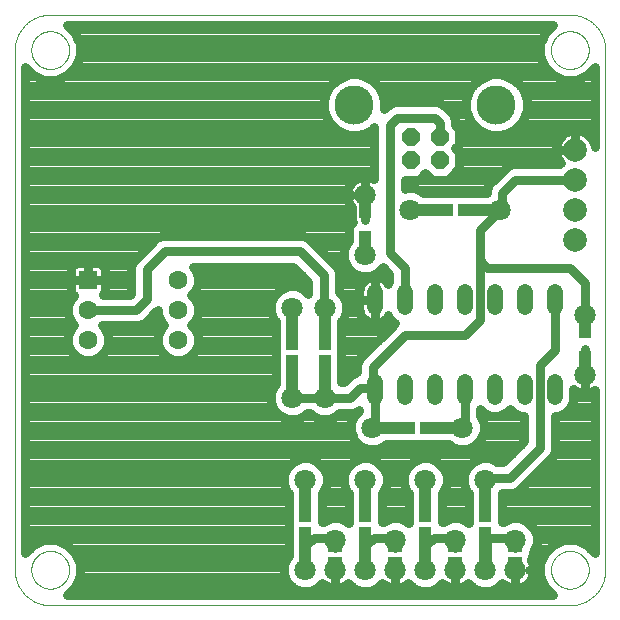
<source format=gtl>
G75*
%MOIN*%
%OFA0B0*%
%FSLAX25Y25*%
%IPPOS*%
%LPD*%
%AMOC8*
5,1,8,0,0,1.08239X$1,22.5*
%
%ADD10C,0.00000*%
%ADD11R,0.03937X0.10236*%
%ADD12C,0.07087*%
%ADD13C,0.05200*%
%ADD14R,0.12598X0.03937*%
%ADD15OC8,0.05740*%
%ADD16C,0.13055*%
%ADD17R,0.03937X0.12598*%
%ADD18R,0.04724X0.03150*%
%ADD19C,0.07874*%
%ADD20R,0.06299X0.06299*%
%ADD21C,0.06299*%
%ADD22C,0.03150*%
%ADD23C,0.01600*%
D10*
X0005724Y0017535D02*
X0005724Y0190764D01*
X0011236Y0190764D02*
X0011238Y0190922D01*
X0011244Y0191080D01*
X0011254Y0191238D01*
X0011268Y0191396D01*
X0011286Y0191553D01*
X0011307Y0191710D01*
X0011333Y0191866D01*
X0011363Y0192022D01*
X0011396Y0192177D01*
X0011434Y0192330D01*
X0011475Y0192483D01*
X0011520Y0192635D01*
X0011569Y0192786D01*
X0011622Y0192935D01*
X0011678Y0193083D01*
X0011738Y0193229D01*
X0011802Y0193374D01*
X0011870Y0193517D01*
X0011941Y0193659D01*
X0012015Y0193799D01*
X0012093Y0193936D01*
X0012175Y0194072D01*
X0012259Y0194206D01*
X0012348Y0194337D01*
X0012439Y0194466D01*
X0012534Y0194593D01*
X0012631Y0194718D01*
X0012732Y0194840D01*
X0012836Y0194959D01*
X0012943Y0195076D01*
X0013053Y0195190D01*
X0013166Y0195301D01*
X0013281Y0195410D01*
X0013399Y0195515D01*
X0013520Y0195617D01*
X0013643Y0195717D01*
X0013769Y0195813D01*
X0013897Y0195906D01*
X0014027Y0195996D01*
X0014160Y0196082D01*
X0014295Y0196166D01*
X0014431Y0196245D01*
X0014570Y0196322D01*
X0014711Y0196394D01*
X0014853Y0196464D01*
X0014997Y0196529D01*
X0015143Y0196591D01*
X0015290Y0196649D01*
X0015439Y0196704D01*
X0015589Y0196755D01*
X0015740Y0196802D01*
X0015892Y0196845D01*
X0016045Y0196884D01*
X0016200Y0196920D01*
X0016355Y0196951D01*
X0016511Y0196979D01*
X0016667Y0197003D01*
X0016824Y0197023D01*
X0016982Y0197039D01*
X0017139Y0197051D01*
X0017298Y0197059D01*
X0017456Y0197063D01*
X0017614Y0197063D01*
X0017772Y0197059D01*
X0017931Y0197051D01*
X0018088Y0197039D01*
X0018246Y0197023D01*
X0018403Y0197003D01*
X0018559Y0196979D01*
X0018715Y0196951D01*
X0018870Y0196920D01*
X0019025Y0196884D01*
X0019178Y0196845D01*
X0019330Y0196802D01*
X0019481Y0196755D01*
X0019631Y0196704D01*
X0019780Y0196649D01*
X0019927Y0196591D01*
X0020073Y0196529D01*
X0020217Y0196464D01*
X0020359Y0196394D01*
X0020500Y0196322D01*
X0020639Y0196245D01*
X0020775Y0196166D01*
X0020910Y0196082D01*
X0021043Y0195996D01*
X0021173Y0195906D01*
X0021301Y0195813D01*
X0021427Y0195717D01*
X0021550Y0195617D01*
X0021671Y0195515D01*
X0021789Y0195410D01*
X0021904Y0195301D01*
X0022017Y0195190D01*
X0022127Y0195076D01*
X0022234Y0194959D01*
X0022338Y0194840D01*
X0022439Y0194718D01*
X0022536Y0194593D01*
X0022631Y0194466D01*
X0022722Y0194337D01*
X0022811Y0194206D01*
X0022895Y0194072D01*
X0022977Y0193936D01*
X0023055Y0193799D01*
X0023129Y0193659D01*
X0023200Y0193517D01*
X0023268Y0193374D01*
X0023332Y0193229D01*
X0023392Y0193083D01*
X0023448Y0192935D01*
X0023501Y0192786D01*
X0023550Y0192635D01*
X0023595Y0192483D01*
X0023636Y0192330D01*
X0023674Y0192177D01*
X0023707Y0192022D01*
X0023737Y0191866D01*
X0023763Y0191710D01*
X0023784Y0191553D01*
X0023802Y0191396D01*
X0023816Y0191238D01*
X0023826Y0191080D01*
X0023832Y0190922D01*
X0023834Y0190764D01*
X0023832Y0190606D01*
X0023826Y0190448D01*
X0023816Y0190290D01*
X0023802Y0190132D01*
X0023784Y0189975D01*
X0023763Y0189818D01*
X0023737Y0189662D01*
X0023707Y0189506D01*
X0023674Y0189351D01*
X0023636Y0189198D01*
X0023595Y0189045D01*
X0023550Y0188893D01*
X0023501Y0188742D01*
X0023448Y0188593D01*
X0023392Y0188445D01*
X0023332Y0188299D01*
X0023268Y0188154D01*
X0023200Y0188011D01*
X0023129Y0187869D01*
X0023055Y0187729D01*
X0022977Y0187592D01*
X0022895Y0187456D01*
X0022811Y0187322D01*
X0022722Y0187191D01*
X0022631Y0187062D01*
X0022536Y0186935D01*
X0022439Y0186810D01*
X0022338Y0186688D01*
X0022234Y0186569D01*
X0022127Y0186452D01*
X0022017Y0186338D01*
X0021904Y0186227D01*
X0021789Y0186118D01*
X0021671Y0186013D01*
X0021550Y0185911D01*
X0021427Y0185811D01*
X0021301Y0185715D01*
X0021173Y0185622D01*
X0021043Y0185532D01*
X0020910Y0185446D01*
X0020775Y0185362D01*
X0020639Y0185283D01*
X0020500Y0185206D01*
X0020359Y0185134D01*
X0020217Y0185064D01*
X0020073Y0184999D01*
X0019927Y0184937D01*
X0019780Y0184879D01*
X0019631Y0184824D01*
X0019481Y0184773D01*
X0019330Y0184726D01*
X0019178Y0184683D01*
X0019025Y0184644D01*
X0018870Y0184608D01*
X0018715Y0184577D01*
X0018559Y0184549D01*
X0018403Y0184525D01*
X0018246Y0184505D01*
X0018088Y0184489D01*
X0017931Y0184477D01*
X0017772Y0184469D01*
X0017614Y0184465D01*
X0017456Y0184465D01*
X0017298Y0184469D01*
X0017139Y0184477D01*
X0016982Y0184489D01*
X0016824Y0184505D01*
X0016667Y0184525D01*
X0016511Y0184549D01*
X0016355Y0184577D01*
X0016200Y0184608D01*
X0016045Y0184644D01*
X0015892Y0184683D01*
X0015740Y0184726D01*
X0015589Y0184773D01*
X0015439Y0184824D01*
X0015290Y0184879D01*
X0015143Y0184937D01*
X0014997Y0184999D01*
X0014853Y0185064D01*
X0014711Y0185134D01*
X0014570Y0185206D01*
X0014431Y0185283D01*
X0014295Y0185362D01*
X0014160Y0185446D01*
X0014027Y0185532D01*
X0013897Y0185622D01*
X0013769Y0185715D01*
X0013643Y0185811D01*
X0013520Y0185911D01*
X0013399Y0186013D01*
X0013281Y0186118D01*
X0013166Y0186227D01*
X0013053Y0186338D01*
X0012943Y0186452D01*
X0012836Y0186569D01*
X0012732Y0186688D01*
X0012631Y0186810D01*
X0012534Y0186935D01*
X0012439Y0187062D01*
X0012348Y0187191D01*
X0012259Y0187322D01*
X0012175Y0187456D01*
X0012093Y0187592D01*
X0012015Y0187729D01*
X0011941Y0187869D01*
X0011870Y0188011D01*
X0011802Y0188154D01*
X0011738Y0188299D01*
X0011678Y0188445D01*
X0011622Y0188593D01*
X0011569Y0188742D01*
X0011520Y0188893D01*
X0011475Y0189045D01*
X0011434Y0189198D01*
X0011396Y0189351D01*
X0011363Y0189506D01*
X0011333Y0189662D01*
X0011307Y0189818D01*
X0011286Y0189975D01*
X0011268Y0190132D01*
X0011254Y0190290D01*
X0011244Y0190448D01*
X0011238Y0190606D01*
X0011236Y0190764D01*
X0005724Y0190764D02*
X0005727Y0191049D01*
X0005738Y0191335D01*
X0005755Y0191620D01*
X0005779Y0191904D01*
X0005810Y0192188D01*
X0005848Y0192471D01*
X0005893Y0192752D01*
X0005944Y0193033D01*
X0006002Y0193313D01*
X0006067Y0193591D01*
X0006139Y0193867D01*
X0006217Y0194141D01*
X0006302Y0194414D01*
X0006394Y0194684D01*
X0006492Y0194952D01*
X0006596Y0195218D01*
X0006707Y0195481D01*
X0006824Y0195741D01*
X0006947Y0195999D01*
X0007077Y0196253D01*
X0007213Y0196504D01*
X0007354Y0196752D01*
X0007502Y0196996D01*
X0007655Y0197237D01*
X0007815Y0197473D01*
X0007980Y0197706D01*
X0008150Y0197935D01*
X0008326Y0198160D01*
X0008508Y0198380D01*
X0008694Y0198596D01*
X0008886Y0198807D01*
X0009083Y0199014D01*
X0009285Y0199216D01*
X0009492Y0199413D01*
X0009703Y0199605D01*
X0009919Y0199791D01*
X0010139Y0199973D01*
X0010364Y0200149D01*
X0010593Y0200319D01*
X0010826Y0200484D01*
X0011062Y0200644D01*
X0011303Y0200797D01*
X0011547Y0200945D01*
X0011795Y0201086D01*
X0012046Y0201222D01*
X0012300Y0201352D01*
X0012558Y0201475D01*
X0012818Y0201592D01*
X0013081Y0201703D01*
X0013347Y0201807D01*
X0013615Y0201905D01*
X0013885Y0201997D01*
X0014158Y0202082D01*
X0014432Y0202160D01*
X0014708Y0202232D01*
X0014986Y0202297D01*
X0015266Y0202355D01*
X0015547Y0202406D01*
X0015828Y0202451D01*
X0016111Y0202489D01*
X0016395Y0202520D01*
X0016679Y0202544D01*
X0016964Y0202561D01*
X0017250Y0202572D01*
X0017535Y0202575D01*
X0190764Y0202575D01*
X0184465Y0190764D02*
X0184467Y0190922D01*
X0184473Y0191080D01*
X0184483Y0191238D01*
X0184497Y0191396D01*
X0184515Y0191553D01*
X0184536Y0191710D01*
X0184562Y0191866D01*
X0184592Y0192022D01*
X0184625Y0192177D01*
X0184663Y0192330D01*
X0184704Y0192483D01*
X0184749Y0192635D01*
X0184798Y0192786D01*
X0184851Y0192935D01*
X0184907Y0193083D01*
X0184967Y0193229D01*
X0185031Y0193374D01*
X0185099Y0193517D01*
X0185170Y0193659D01*
X0185244Y0193799D01*
X0185322Y0193936D01*
X0185404Y0194072D01*
X0185488Y0194206D01*
X0185577Y0194337D01*
X0185668Y0194466D01*
X0185763Y0194593D01*
X0185860Y0194718D01*
X0185961Y0194840D01*
X0186065Y0194959D01*
X0186172Y0195076D01*
X0186282Y0195190D01*
X0186395Y0195301D01*
X0186510Y0195410D01*
X0186628Y0195515D01*
X0186749Y0195617D01*
X0186872Y0195717D01*
X0186998Y0195813D01*
X0187126Y0195906D01*
X0187256Y0195996D01*
X0187389Y0196082D01*
X0187524Y0196166D01*
X0187660Y0196245D01*
X0187799Y0196322D01*
X0187940Y0196394D01*
X0188082Y0196464D01*
X0188226Y0196529D01*
X0188372Y0196591D01*
X0188519Y0196649D01*
X0188668Y0196704D01*
X0188818Y0196755D01*
X0188969Y0196802D01*
X0189121Y0196845D01*
X0189274Y0196884D01*
X0189429Y0196920D01*
X0189584Y0196951D01*
X0189740Y0196979D01*
X0189896Y0197003D01*
X0190053Y0197023D01*
X0190211Y0197039D01*
X0190368Y0197051D01*
X0190527Y0197059D01*
X0190685Y0197063D01*
X0190843Y0197063D01*
X0191001Y0197059D01*
X0191160Y0197051D01*
X0191317Y0197039D01*
X0191475Y0197023D01*
X0191632Y0197003D01*
X0191788Y0196979D01*
X0191944Y0196951D01*
X0192099Y0196920D01*
X0192254Y0196884D01*
X0192407Y0196845D01*
X0192559Y0196802D01*
X0192710Y0196755D01*
X0192860Y0196704D01*
X0193009Y0196649D01*
X0193156Y0196591D01*
X0193302Y0196529D01*
X0193446Y0196464D01*
X0193588Y0196394D01*
X0193729Y0196322D01*
X0193868Y0196245D01*
X0194004Y0196166D01*
X0194139Y0196082D01*
X0194272Y0195996D01*
X0194402Y0195906D01*
X0194530Y0195813D01*
X0194656Y0195717D01*
X0194779Y0195617D01*
X0194900Y0195515D01*
X0195018Y0195410D01*
X0195133Y0195301D01*
X0195246Y0195190D01*
X0195356Y0195076D01*
X0195463Y0194959D01*
X0195567Y0194840D01*
X0195668Y0194718D01*
X0195765Y0194593D01*
X0195860Y0194466D01*
X0195951Y0194337D01*
X0196040Y0194206D01*
X0196124Y0194072D01*
X0196206Y0193936D01*
X0196284Y0193799D01*
X0196358Y0193659D01*
X0196429Y0193517D01*
X0196497Y0193374D01*
X0196561Y0193229D01*
X0196621Y0193083D01*
X0196677Y0192935D01*
X0196730Y0192786D01*
X0196779Y0192635D01*
X0196824Y0192483D01*
X0196865Y0192330D01*
X0196903Y0192177D01*
X0196936Y0192022D01*
X0196966Y0191866D01*
X0196992Y0191710D01*
X0197013Y0191553D01*
X0197031Y0191396D01*
X0197045Y0191238D01*
X0197055Y0191080D01*
X0197061Y0190922D01*
X0197063Y0190764D01*
X0197061Y0190606D01*
X0197055Y0190448D01*
X0197045Y0190290D01*
X0197031Y0190132D01*
X0197013Y0189975D01*
X0196992Y0189818D01*
X0196966Y0189662D01*
X0196936Y0189506D01*
X0196903Y0189351D01*
X0196865Y0189198D01*
X0196824Y0189045D01*
X0196779Y0188893D01*
X0196730Y0188742D01*
X0196677Y0188593D01*
X0196621Y0188445D01*
X0196561Y0188299D01*
X0196497Y0188154D01*
X0196429Y0188011D01*
X0196358Y0187869D01*
X0196284Y0187729D01*
X0196206Y0187592D01*
X0196124Y0187456D01*
X0196040Y0187322D01*
X0195951Y0187191D01*
X0195860Y0187062D01*
X0195765Y0186935D01*
X0195668Y0186810D01*
X0195567Y0186688D01*
X0195463Y0186569D01*
X0195356Y0186452D01*
X0195246Y0186338D01*
X0195133Y0186227D01*
X0195018Y0186118D01*
X0194900Y0186013D01*
X0194779Y0185911D01*
X0194656Y0185811D01*
X0194530Y0185715D01*
X0194402Y0185622D01*
X0194272Y0185532D01*
X0194139Y0185446D01*
X0194004Y0185362D01*
X0193868Y0185283D01*
X0193729Y0185206D01*
X0193588Y0185134D01*
X0193446Y0185064D01*
X0193302Y0184999D01*
X0193156Y0184937D01*
X0193009Y0184879D01*
X0192860Y0184824D01*
X0192710Y0184773D01*
X0192559Y0184726D01*
X0192407Y0184683D01*
X0192254Y0184644D01*
X0192099Y0184608D01*
X0191944Y0184577D01*
X0191788Y0184549D01*
X0191632Y0184525D01*
X0191475Y0184505D01*
X0191317Y0184489D01*
X0191160Y0184477D01*
X0191001Y0184469D01*
X0190843Y0184465D01*
X0190685Y0184465D01*
X0190527Y0184469D01*
X0190368Y0184477D01*
X0190211Y0184489D01*
X0190053Y0184505D01*
X0189896Y0184525D01*
X0189740Y0184549D01*
X0189584Y0184577D01*
X0189429Y0184608D01*
X0189274Y0184644D01*
X0189121Y0184683D01*
X0188969Y0184726D01*
X0188818Y0184773D01*
X0188668Y0184824D01*
X0188519Y0184879D01*
X0188372Y0184937D01*
X0188226Y0184999D01*
X0188082Y0185064D01*
X0187940Y0185134D01*
X0187799Y0185206D01*
X0187660Y0185283D01*
X0187524Y0185362D01*
X0187389Y0185446D01*
X0187256Y0185532D01*
X0187126Y0185622D01*
X0186998Y0185715D01*
X0186872Y0185811D01*
X0186749Y0185911D01*
X0186628Y0186013D01*
X0186510Y0186118D01*
X0186395Y0186227D01*
X0186282Y0186338D01*
X0186172Y0186452D01*
X0186065Y0186569D01*
X0185961Y0186688D01*
X0185860Y0186810D01*
X0185763Y0186935D01*
X0185668Y0187062D01*
X0185577Y0187191D01*
X0185488Y0187322D01*
X0185404Y0187456D01*
X0185322Y0187592D01*
X0185244Y0187729D01*
X0185170Y0187869D01*
X0185099Y0188011D01*
X0185031Y0188154D01*
X0184967Y0188299D01*
X0184907Y0188445D01*
X0184851Y0188593D01*
X0184798Y0188742D01*
X0184749Y0188893D01*
X0184704Y0189045D01*
X0184663Y0189198D01*
X0184625Y0189351D01*
X0184592Y0189506D01*
X0184562Y0189662D01*
X0184536Y0189818D01*
X0184515Y0189975D01*
X0184497Y0190132D01*
X0184483Y0190290D01*
X0184473Y0190448D01*
X0184467Y0190606D01*
X0184465Y0190764D01*
X0190764Y0202575D02*
X0191049Y0202572D01*
X0191335Y0202561D01*
X0191620Y0202544D01*
X0191904Y0202520D01*
X0192188Y0202489D01*
X0192471Y0202451D01*
X0192752Y0202406D01*
X0193033Y0202355D01*
X0193313Y0202297D01*
X0193591Y0202232D01*
X0193867Y0202160D01*
X0194141Y0202082D01*
X0194414Y0201997D01*
X0194684Y0201905D01*
X0194952Y0201807D01*
X0195218Y0201703D01*
X0195481Y0201592D01*
X0195741Y0201475D01*
X0195999Y0201352D01*
X0196253Y0201222D01*
X0196504Y0201086D01*
X0196752Y0200945D01*
X0196996Y0200797D01*
X0197237Y0200644D01*
X0197473Y0200484D01*
X0197706Y0200319D01*
X0197935Y0200149D01*
X0198160Y0199973D01*
X0198380Y0199791D01*
X0198596Y0199605D01*
X0198807Y0199413D01*
X0199014Y0199216D01*
X0199216Y0199014D01*
X0199413Y0198807D01*
X0199605Y0198596D01*
X0199791Y0198380D01*
X0199973Y0198160D01*
X0200149Y0197935D01*
X0200319Y0197706D01*
X0200484Y0197473D01*
X0200644Y0197237D01*
X0200797Y0196996D01*
X0200945Y0196752D01*
X0201086Y0196504D01*
X0201222Y0196253D01*
X0201352Y0195999D01*
X0201475Y0195741D01*
X0201592Y0195481D01*
X0201703Y0195218D01*
X0201807Y0194952D01*
X0201905Y0194684D01*
X0201997Y0194414D01*
X0202082Y0194141D01*
X0202160Y0193867D01*
X0202232Y0193591D01*
X0202297Y0193313D01*
X0202355Y0193033D01*
X0202406Y0192752D01*
X0202451Y0192471D01*
X0202489Y0192188D01*
X0202520Y0191904D01*
X0202544Y0191620D01*
X0202561Y0191335D01*
X0202572Y0191049D01*
X0202575Y0190764D01*
X0202575Y0017535D01*
X0184465Y0017535D02*
X0184467Y0017693D01*
X0184473Y0017851D01*
X0184483Y0018009D01*
X0184497Y0018167D01*
X0184515Y0018324D01*
X0184536Y0018481D01*
X0184562Y0018637D01*
X0184592Y0018793D01*
X0184625Y0018948D01*
X0184663Y0019101D01*
X0184704Y0019254D01*
X0184749Y0019406D01*
X0184798Y0019557D01*
X0184851Y0019706D01*
X0184907Y0019854D01*
X0184967Y0020000D01*
X0185031Y0020145D01*
X0185099Y0020288D01*
X0185170Y0020430D01*
X0185244Y0020570D01*
X0185322Y0020707D01*
X0185404Y0020843D01*
X0185488Y0020977D01*
X0185577Y0021108D01*
X0185668Y0021237D01*
X0185763Y0021364D01*
X0185860Y0021489D01*
X0185961Y0021611D01*
X0186065Y0021730D01*
X0186172Y0021847D01*
X0186282Y0021961D01*
X0186395Y0022072D01*
X0186510Y0022181D01*
X0186628Y0022286D01*
X0186749Y0022388D01*
X0186872Y0022488D01*
X0186998Y0022584D01*
X0187126Y0022677D01*
X0187256Y0022767D01*
X0187389Y0022853D01*
X0187524Y0022937D01*
X0187660Y0023016D01*
X0187799Y0023093D01*
X0187940Y0023165D01*
X0188082Y0023235D01*
X0188226Y0023300D01*
X0188372Y0023362D01*
X0188519Y0023420D01*
X0188668Y0023475D01*
X0188818Y0023526D01*
X0188969Y0023573D01*
X0189121Y0023616D01*
X0189274Y0023655D01*
X0189429Y0023691D01*
X0189584Y0023722D01*
X0189740Y0023750D01*
X0189896Y0023774D01*
X0190053Y0023794D01*
X0190211Y0023810D01*
X0190368Y0023822D01*
X0190527Y0023830D01*
X0190685Y0023834D01*
X0190843Y0023834D01*
X0191001Y0023830D01*
X0191160Y0023822D01*
X0191317Y0023810D01*
X0191475Y0023794D01*
X0191632Y0023774D01*
X0191788Y0023750D01*
X0191944Y0023722D01*
X0192099Y0023691D01*
X0192254Y0023655D01*
X0192407Y0023616D01*
X0192559Y0023573D01*
X0192710Y0023526D01*
X0192860Y0023475D01*
X0193009Y0023420D01*
X0193156Y0023362D01*
X0193302Y0023300D01*
X0193446Y0023235D01*
X0193588Y0023165D01*
X0193729Y0023093D01*
X0193868Y0023016D01*
X0194004Y0022937D01*
X0194139Y0022853D01*
X0194272Y0022767D01*
X0194402Y0022677D01*
X0194530Y0022584D01*
X0194656Y0022488D01*
X0194779Y0022388D01*
X0194900Y0022286D01*
X0195018Y0022181D01*
X0195133Y0022072D01*
X0195246Y0021961D01*
X0195356Y0021847D01*
X0195463Y0021730D01*
X0195567Y0021611D01*
X0195668Y0021489D01*
X0195765Y0021364D01*
X0195860Y0021237D01*
X0195951Y0021108D01*
X0196040Y0020977D01*
X0196124Y0020843D01*
X0196206Y0020707D01*
X0196284Y0020570D01*
X0196358Y0020430D01*
X0196429Y0020288D01*
X0196497Y0020145D01*
X0196561Y0020000D01*
X0196621Y0019854D01*
X0196677Y0019706D01*
X0196730Y0019557D01*
X0196779Y0019406D01*
X0196824Y0019254D01*
X0196865Y0019101D01*
X0196903Y0018948D01*
X0196936Y0018793D01*
X0196966Y0018637D01*
X0196992Y0018481D01*
X0197013Y0018324D01*
X0197031Y0018167D01*
X0197045Y0018009D01*
X0197055Y0017851D01*
X0197061Y0017693D01*
X0197063Y0017535D01*
X0197061Y0017377D01*
X0197055Y0017219D01*
X0197045Y0017061D01*
X0197031Y0016903D01*
X0197013Y0016746D01*
X0196992Y0016589D01*
X0196966Y0016433D01*
X0196936Y0016277D01*
X0196903Y0016122D01*
X0196865Y0015969D01*
X0196824Y0015816D01*
X0196779Y0015664D01*
X0196730Y0015513D01*
X0196677Y0015364D01*
X0196621Y0015216D01*
X0196561Y0015070D01*
X0196497Y0014925D01*
X0196429Y0014782D01*
X0196358Y0014640D01*
X0196284Y0014500D01*
X0196206Y0014363D01*
X0196124Y0014227D01*
X0196040Y0014093D01*
X0195951Y0013962D01*
X0195860Y0013833D01*
X0195765Y0013706D01*
X0195668Y0013581D01*
X0195567Y0013459D01*
X0195463Y0013340D01*
X0195356Y0013223D01*
X0195246Y0013109D01*
X0195133Y0012998D01*
X0195018Y0012889D01*
X0194900Y0012784D01*
X0194779Y0012682D01*
X0194656Y0012582D01*
X0194530Y0012486D01*
X0194402Y0012393D01*
X0194272Y0012303D01*
X0194139Y0012217D01*
X0194004Y0012133D01*
X0193868Y0012054D01*
X0193729Y0011977D01*
X0193588Y0011905D01*
X0193446Y0011835D01*
X0193302Y0011770D01*
X0193156Y0011708D01*
X0193009Y0011650D01*
X0192860Y0011595D01*
X0192710Y0011544D01*
X0192559Y0011497D01*
X0192407Y0011454D01*
X0192254Y0011415D01*
X0192099Y0011379D01*
X0191944Y0011348D01*
X0191788Y0011320D01*
X0191632Y0011296D01*
X0191475Y0011276D01*
X0191317Y0011260D01*
X0191160Y0011248D01*
X0191001Y0011240D01*
X0190843Y0011236D01*
X0190685Y0011236D01*
X0190527Y0011240D01*
X0190368Y0011248D01*
X0190211Y0011260D01*
X0190053Y0011276D01*
X0189896Y0011296D01*
X0189740Y0011320D01*
X0189584Y0011348D01*
X0189429Y0011379D01*
X0189274Y0011415D01*
X0189121Y0011454D01*
X0188969Y0011497D01*
X0188818Y0011544D01*
X0188668Y0011595D01*
X0188519Y0011650D01*
X0188372Y0011708D01*
X0188226Y0011770D01*
X0188082Y0011835D01*
X0187940Y0011905D01*
X0187799Y0011977D01*
X0187660Y0012054D01*
X0187524Y0012133D01*
X0187389Y0012217D01*
X0187256Y0012303D01*
X0187126Y0012393D01*
X0186998Y0012486D01*
X0186872Y0012582D01*
X0186749Y0012682D01*
X0186628Y0012784D01*
X0186510Y0012889D01*
X0186395Y0012998D01*
X0186282Y0013109D01*
X0186172Y0013223D01*
X0186065Y0013340D01*
X0185961Y0013459D01*
X0185860Y0013581D01*
X0185763Y0013706D01*
X0185668Y0013833D01*
X0185577Y0013962D01*
X0185488Y0014093D01*
X0185404Y0014227D01*
X0185322Y0014363D01*
X0185244Y0014500D01*
X0185170Y0014640D01*
X0185099Y0014782D01*
X0185031Y0014925D01*
X0184967Y0015070D01*
X0184907Y0015216D01*
X0184851Y0015364D01*
X0184798Y0015513D01*
X0184749Y0015664D01*
X0184704Y0015816D01*
X0184663Y0015969D01*
X0184625Y0016122D01*
X0184592Y0016277D01*
X0184562Y0016433D01*
X0184536Y0016589D01*
X0184515Y0016746D01*
X0184497Y0016903D01*
X0184483Y0017061D01*
X0184473Y0017219D01*
X0184467Y0017377D01*
X0184465Y0017535D01*
X0190764Y0005724D02*
X0191049Y0005727D01*
X0191335Y0005738D01*
X0191620Y0005755D01*
X0191904Y0005779D01*
X0192188Y0005810D01*
X0192471Y0005848D01*
X0192752Y0005893D01*
X0193033Y0005944D01*
X0193313Y0006002D01*
X0193591Y0006067D01*
X0193867Y0006139D01*
X0194141Y0006217D01*
X0194414Y0006302D01*
X0194684Y0006394D01*
X0194952Y0006492D01*
X0195218Y0006596D01*
X0195481Y0006707D01*
X0195741Y0006824D01*
X0195999Y0006947D01*
X0196253Y0007077D01*
X0196504Y0007213D01*
X0196752Y0007354D01*
X0196996Y0007502D01*
X0197237Y0007655D01*
X0197473Y0007815D01*
X0197706Y0007980D01*
X0197935Y0008150D01*
X0198160Y0008326D01*
X0198380Y0008508D01*
X0198596Y0008694D01*
X0198807Y0008886D01*
X0199014Y0009083D01*
X0199216Y0009285D01*
X0199413Y0009492D01*
X0199605Y0009703D01*
X0199791Y0009919D01*
X0199973Y0010139D01*
X0200149Y0010364D01*
X0200319Y0010593D01*
X0200484Y0010826D01*
X0200644Y0011062D01*
X0200797Y0011303D01*
X0200945Y0011547D01*
X0201086Y0011795D01*
X0201222Y0012046D01*
X0201352Y0012300D01*
X0201475Y0012558D01*
X0201592Y0012818D01*
X0201703Y0013081D01*
X0201807Y0013347D01*
X0201905Y0013615D01*
X0201997Y0013885D01*
X0202082Y0014158D01*
X0202160Y0014432D01*
X0202232Y0014708D01*
X0202297Y0014986D01*
X0202355Y0015266D01*
X0202406Y0015547D01*
X0202451Y0015828D01*
X0202489Y0016111D01*
X0202520Y0016395D01*
X0202544Y0016679D01*
X0202561Y0016964D01*
X0202572Y0017250D01*
X0202575Y0017535D01*
X0190764Y0005724D02*
X0017535Y0005724D01*
X0011236Y0017535D02*
X0011238Y0017693D01*
X0011244Y0017851D01*
X0011254Y0018009D01*
X0011268Y0018167D01*
X0011286Y0018324D01*
X0011307Y0018481D01*
X0011333Y0018637D01*
X0011363Y0018793D01*
X0011396Y0018948D01*
X0011434Y0019101D01*
X0011475Y0019254D01*
X0011520Y0019406D01*
X0011569Y0019557D01*
X0011622Y0019706D01*
X0011678Y0019854D01*
X0011738Y0020000D01*
X0011802Y0020145D01*
X0011870Y0020288D01*
X0011941Y0020430D01*
X0012015Y0020570D01*
X0012093Y0020707D01*
X0012175Y0020843D01*
X0012259Y0020977D01*
X0012348Y0021108D01*
X0012439Y0021237D01*
X0012534Y0021364D01*
X0012631Y0021489D01*
X0012732Y0021611D01*
X0012836Y0021730D01*
X0012943Y0021847D01*
X0013053Y0021961D01*
X0013166Y0022072D01*
X0013281Y0022181D01*
X0013399Y0022286D01*
X0013520Y0022388D01*
X0013643Y0022488D01*
X0013769Y0022584D01*
X0013897Y0022677D01*
X0014027Y0022767D01*
X0014160Y0022853D01*
X0014295Y0022937D01*
X0014431Y0023016D01*
X0014570Y0023093D01*
X0014711Y0023165D01*
X0014853Y0023235D01*
X0014997Y0023300D01*
X0015143Y0023362D01*
X0015290Y0023420D01*
X0015439Y0023475D01*
X0015589Y0023526D01*
X0015740Y0023573D01*
X0015892Y0023616D01*
X0016045Y0023655D01*
X0016200Y0023691D01*
X0016355Y0023722D01*
X0016511Y0023750D01*
X0016667Y0023774D01*
X0016824Y0023794D01*
X0016982Y0023810D01*
X0017139Y0023822D01*
X0017298Y0023830D01*
X0017456Y0023834D01*
X0017614Y0023834D01*
X0017772Y0023830D01*
X0017931Y0023822D01*
X0018088Y0023810D01*
X0018246Y0023794D01*
X0018403Y0023774D01*
X0018559Y0023750D01*
X0018715Y0023722D01*
X0018870Y0023691D01*
X0019025Y0023655D01*
X0019178Y0023616D01*
X0019330Y0023573D01*
X0019481Y0023526D01*
X0019631Y0023475D01*
X0019780Y0023420D01*
X0019927Y0023362D01*
X0020073Y0023300D01*
X0020217Y0023235D01*
X0020359Y0023165D01*
X0020500Y0023093D01*
X0020639Y0023016D01*
X0020775Y0022937D01*
X0020910Y0022853D01*
X0021043Y0022767D01*
X0021173Y0022677D01*
X0021301Y0022584D01*
X0021427Y0022488D01*
X0021550Y0022388D01*
X0021671Y0022286D01*
X0021789Y0022181D01*
X0021904Y0022072D01*
X0022017Y0021961D01*
X0022127Y0021847D01*
X0022234Y0021730D01*
X0022338Y0021611D01*
X0022439Y0021489D01*
X0022536Y0021364D01*
X0022631Y0021237D01*
X0022722Y0021108D01*
X0022811Y0020977D01*
X0022895Y0020843D01*
X0022977Y0020707D01*
X0023055Y0020570D01*
X0023129Y0020430D01*
X0023200Y0020288D01*
X0023268Y0020145D01*
X0023332Y0020000D01*
X0023392Y0019854D01*
X0023448Y0019706D01*
X0023501Y0019557D01*
X0023550Y0019406D01*
X0023595Y0019254D01*
X0023636Y0019101D01*
X0023674Y0018948D01*
X0023707Y0018793D01*
X0023737Y0018637D01*
X0023763Y0018481D01*
X0023784Y0018324D01*
X0023802Y0018167D01*
X0023816Y0018009D01*
X0023826Y0017851D01*
X0023832Y0017693D01*
X0023834Y0017535D01*
X0023832Y0017377D01*
X0023826Y0017219D01*
X0023816Y0017061D01*
X0023802Y0016903D01*
X0023784Y0016746D01*
X0023763Y0016589D01*
X0023737Y0016433D01*
X0023707Y0016277D01*
X0023674Y0016122D01*
X0023636Y0015969D01*
X0023595Y0015816D01*
X0023550Y0015664D01*
X0023501Y0015513D01*
X0023448Y0015364D01*
X0023392Y0015216D01*
X0023332Y0015070D01*
X0023268Y0014925D01*
X0023200Y0014782D01*
X0023129Y0014640D01*
X0023055Y0014500D01*
X0022977Y0014363D01*
X0022895Y0014227D01*
X0022811Y0014093D01*
X0022722Y0013962D01*
X0022631Y0013833D01*
X0022536Y0013706D01*
X0022439Y0013581D01*
X0022338Y0013459D01*
X0022234Y0013340D01*
X0022127Y0013223D01*
X0022017Y0013109D01*
X0021904Y0012998D01*
X0021789Y0012889D01*
X0021671Y0012784D01*
X0021550Y0012682D01*
X0021427Y0012582D01*
X0021301Y0012486D01*
X0021173Y0012393D01*
X0021043Y0012303D01*
X0020910Y0012217D01*
X0020775Y0012133D01*
X0020639Y0012054D01*
X0020500Y0011977D01*
X0020359Y0011905D01*
X0020217Y0011835D01*
X0020073Y0011770D01*
X0019927Y0011708D01*
X0019780Y0011650D01*
X0019631Y0011595D01*
X0019481Y0011544D01*
X0019330Y0011497D01*
X0019178Y0011454D01*
X0019025Y0011415D01*
X0018870Y0011379D01*
X0018715Y0011348D01*
X0018559Y0011320D01*
X0018403Y0011296D01*
X0018246Y0011276D01*
X0018088Y0011260D01*
X0017931Y0011248D01*
X0017772Y0011240D01*
X0017614Y0011236D01*
X0017456Y0011236D01*
X0017298Y0011240D01*
X0017139Y0011248D01*
X0016982Y0011260D01*
X0016824Y0011276D01*
X0016667Y0011296D01*
X0016511Y0011320D01*
X0016355Y0011348D01*
X0016200Y0011379D01*
X0016045Y0011415D01*
X0015892Y0011454D01*
X0015740Y0011497D01*
X0015589Y0011544D01*
X0015439Y0011595D01*
X0015290Y0011650D01*
X0015143Y0011708D01*
X0014997Y0011770D01*
X0014853Y0011835D01*
X0014711Y0011905D01*
X0014570Y0011977D01*
X0014431Y0012054D01*
X0014295Y0012133D01*
X0014160Y0012217D01*
X0014027Y0012303D01*
X0013897Y0012393D01*
X0013769Y0012486D01*
X0013643Y0012582D01*
X0013520Y0012682D01*
X0013399Y0012784D01*
X0013281Y0012889D01*
X0013166Y0012998D01*
X0013053Y0013109D01*
X0012943Y0013223D01*
X0012836Y0013340D01*
X0012732Y0013459D01*
X0012631Y0013581D01*
X0012534Y0013706D01*
X0012439Y0013833D01*
X0012348Y0013962D01*
X0012259Y0014093D01*
X0012175Y0014227D01*
X0012093Y0014363D01*
X0012015Y0014500D01*
X0011941Y0014640D01*
X0011870Y0014782D01*
X0011802Y0014925D01*
X0011738Y0015070D01*
X0011678Y0015216D01*
X0011622Y0015364D01*
X0011569Y0015513D01*
X0011520Y0015664D01*
X0011475Y0015816D01*
X0011434Y0015969D01*
X0011396Y0016122D01*
X0011363Y0016277D01*
X0011333Y0016433D01*
X0011307Y0016589D01*
X0011286Y0016746D01*
X0011268Y0016903D01*
X0011254Y0017061D01*
X0011244Y0017219D01*
X0011238Y0017377D01*
X0011236Y0017535D01*
X0005724Y0017535D02*
X0005727Y0017250D01*
X0005738Y0016964D01*
X0005755Y0016679D01*
X0005779Y0016395D01*
X0005810Y0016111D01*
X0005848Y0015828D01*
X0005893Y0015547D01*
X0005944Y0015266D01*
X0006002Y0014986D01*
X0006067Y0014708D01*
X0006139Y0014432D01*
X0006217Y0014158D01*
X0006302Y0013885D01*
X0006394Y0013615D01*
X0006492Y0013347D01*
X0006596Y0013081D01*
X0006707Y0012818D01*
X0006824Y0012558D01*
X0006947Y0012300D01*
X0007077Y0012046D01*
X0007213Y0011795D01*
X0007354Y0011547D01*
X0007502Y0011303D01*
X0007655Y0011062D01*
X0007815Y0010826D01*
X0007980Y0010593D01*
X0008150Y0010364D01*
X0008326Y0010139D01*
X0008508Y0009919D01*
X0008694Y0009703D01*
X0008886Y0009492D01*
X0009083Y0009285D01*
X0009285Y0009083D01*
X0009492Y0008886D01*
X0009703Y0008694D01*
X0009919Y0008508D01*
X0010139Y0008326D01*
X0010364Y0008150D01*
X0010593Y0007980D01*
X0010826Y0007815D01*
X0011062Y0007655D01*
X0011303Y0007502D01*
X0011547Y0007354D01*
X0011795Y0007213D01*
X0012046Y0007077D01*
X0012300Y0006947D01*
X0012558Y0006824D01*
X0012818Y0006707D01*
X0013081Y0006596D01*
X0013347Y0006492D01*
X0013615Y0006394D01*
X0013885Y0006302D01*
X0014158Y0006217D01*
X0014432Y0006139D01*
X0014708Y0006067D01*
X0014986Y0006002D01*
X0015266Y0005944D01*
X0015547Y0005893D01*
X0015828Y0005848D01*
X0016111Y0005810D01*
X0016395Y0005779D01*
X0016679Y0005755D01*
X0016964Y0005738D01*
X0017250Y0005727D01*
X0017535Y0005724D01*
D11*
X0122575Y0125488D03*
X0122575Y0139661D03*
X0195724Y0099661D03*
X0195724Y0085488D03*
D12*
X0195724Y0082575D03*
X0195724Y0102575D03*
X0167575Y0137575D03*
X0137575Y0137575D03*
X0122575Y0142575D03*
X0122575Y0122575D03*
X0109012Y0104937D03*
X0098224Y0104937D03*
X0098224Y0074937D03*
X0109012Y0074937D03*
X0124937Y0064937D03*
X0122575Y0047575D03*
X0142575Y0047575D03*
X0154937Y0064937D03*
X0162575Y0047575D03*
X0172575Y0027575D03*
X0172575Y0017575D03*
X0162575Y0017575D03*
X0152575Y0017575D03*
X0152575Y0027575D03*
X0142575Y0017575D03*
X0132575Y0017575D03*
X0132575Y0027575D03*
X0122575Y0017575D03*
X0112575Y0017575D03*
X0112575Y0027575D03*
X0102575Y0017575D03*
X0102575Y0047575D03*
D13*
X0125724Y0074975D02*
X0125724Y0080175D01*
X0135724Y0080175D02*
X0135724Y0074975D01*
X0145724Y0074975D02*
X0145724Y0080175D01*
X0155724Y0080175D02*
X0155724Y0074975D01*
X0165724Y0074975D02*
X0165724Y0080175D01*
X0175724Y0080175D02*
X0175724Y0074975D01*
X0185724Y0074975D02*
X0185724Y0080175D01*
X0185724Y0104975D02*
X0185724Y0110175D01*
X0175724Y0110175D02*
X0175724Y0104975D01*
X0165724Y0104975D02*
X0165724Y0110175D01*
X0155724Y0110175D02*
X0155724Y0104975D01*
X0145724Y0104975D02*
X0145724Y0110175D01*
X0135724Y0110175D02*
X0135724Y0104975D01*
X0125724Y0104975D02*
X0125724Y0110175D01*
D14*
X0145488Y0137575D03*
X0159661Y0137575D03*
X0147024Y0064937D03*
X0132850Y0064937D03*
D15*
X0137654Y0154031D03*
X0137654Y0161906D03*
X0147496Y0161906D03*
X0147496Y0154031D03*
D16*
X0166276Y0172575D03*
X0118874Y0172575D03*
D17*
X0109012Y0097024D03*
X0098224Y0097024D03*
X0098224Y0082850D03*
X0109012Y0082850D03*
X0102575Y0039661D03*
X0102575Y0025488D03*
X0122575Y0025488D03*
X0122575Y0039661D03*
X0142575Y0039661D03*
X0142575Y0025488D03*
X0162575Y0025488D03*
X0162575Y0039661D03*
D18*
X0172575Y0024661D03*
X0172575Y0020488D03*
X0152575Y0020488D03*
X0152575Y0024661D03*
X0132575Y0024661D03*
X0132575Y0020488D03*
X0112575Y0020488D03*
X0112575Y0024661D03*
D19*
X0192575Y0127575D03*
X0192575Y0137575D03*
X0192575Y0147575D03*
X0192575Y0157575D03*
D20*
X0030094Y0114150D03*
D21*
X0030094Y0104150D03*
X0030094Y0094150D03*
X0060094Y0094150D03*
X0060094Y0104150D03*
X0060094Y0114150D03*
D22*
X0065022Y0109612D02*
X0092878Y0109612D01*
X0092217Y0108951D02*
X0094210Y0110945D01*
X0096815Y0112024D01*
X0099634Y0112024D01*
X0102239Y0110945D01*
X0103606Y0109577D01*
X0103606Y0113604D01*
X0098604Y0118606D01*
X0065103Y0118606D01*
X0065768Y0117941D01*
X0066787Y0115481D01*
X0066787Y0112818D01*
X0065768Y0110358D01*
X0064560Y0109150D01*
X0065768Y0107941D01*
X0066787Y0105481D01*
X0066787Y0102818D01*
X0065768Y0100358D01*
X0064560Y0099150D01*
X0065768Y0097941D01*
X0066787Y0095481D01*
X0066787Y0092818D01*
X0065768Y0090358D01*
X0063886Y0088476D01*
X0061426Y0087457D01*
X0058763Y0087457D01*
X0056303Y0088476D01*
X0054421Y0090358D01*
X0053402Y0092818D01*
X0053402Y0095481D01*
X0054421Y0097941D01*
X0055629Y0099150D01*
X0054421Y0100358D01*
X0053402Y0102818D01*
X0053402Y0104163D01*
X0052624Y0103385D01*
X0049049Y0099811D01*
X0047168Y0099031D01*
X0034678Y0099031D01*
X0035768Y0097941D01*
X0036787Y0095481D01*
X0036787Y0092818D01*
X0035768Y0090358D01*
X0033886Y0088476D01*
X0031426Y0087457D01*
X0028763Y0087457D01*
X0026303Y0088476D01*
X0024421Y0090358D01*
X0023402Y0092818D01*
X0023402Y0095481D01*
X0024421Y0097941D01*
X0025629Y0099150D01*
X0024421Y0100358D01*
X0023402Y0102818D01*
X0023402Y0105481D01*
X0024421Y0107941D01*
X0025409Y0108929D01*
X0025304Y0109000D01*
X0024945Y0109359D01*
X0024663Y0109780D01*
X0024469Y0110249D01*
X0024370Y0110746D01*
X0024370Y0114150D01*
X0030094Y0114150D01*
X0030094Y0114150D01*
X0030094Y0119874D01*
X0026691Y0119874D01*
X0026194Y0119775D01*
X0025725Y0119581D01*
X0025304Y0119299D01*
X0024945Y0118941D01*
X0024663Y0118519D01*
X0024469Y0118050D01*
X0024370Y0117553D01*
X0024370Y0114150D01*
X0030094Y0114150D01*
X0030095Y0114150D01*
X0035819Y0114150D01*
X0035819Y0117553D01*
X0035720Y0118050D01*
X0035526Y0118519D01*
X0035244Y0118941D01*
X0034885Y0119299D01*
X0034464Y0119581D01*
X0033995Y0119775D01*
X0033498Y0119874D01*
X0030095Y0119874D01*
X0030095Y0114150D01*
X0030095Y0114150D01*
X0035819Y0114150D01*
X0035819Y0110746D01*
X0035720Y0110249D01*
X0035526Y0109780D01*
X0035244Y0109359D01*
X0035153Y0109268D01*
X0044030Y0109268D01*
X0044606Y0109844D01*
X0044606Y0118742D01*
X0045385Y0120624D01*
X0051385Y0126624D01*
X0052825Y0128063D01*
X0054706Y0128843D01*
X0101742Y0128843D01*
X0103624Y0128063D01*
X0111624Y0120063D01*
X0113063Y0118624D01*
X0113843Y0116742D01*
X0113843Y0110128D01*
X0115020Y0108951D01*
X0116098Y0106347D01*
X0116098Y0103527D01*
X0115020Y0100923D01*
X0114524Y0100427D01*
X0114524Y0090020D01*
X0114489Y0089937D01*
X0114524Y0089854D01*
X0114524Y0080055D01*
X0115317Y0080055D01*
X0116385Y0081124D01*
X0117825Y0082563D01*
X0119706Y0083343D01*
X0119957Y0083343D01*
X0119957Y0086093D01*
X0120736Y0087974D01*
X0131385Y0098624D01*
X0132445Y0099684D01*
X0132245Y0099767D01*
X0130516Y0101495D01*
X0130177Y0102315D01*
X0130150Y0102263D01*
X0129672Y0101604D01*
X0129096Y0101028D01*
X0128437Y0100549D01*
X0127711Y0100179D01*
X0126936Y0099927D01*
X0126132Y0099800D01*
X0125724Y0099800D01*
X0125724Y0107575D01*
X0125724Y0107575D01*
X0120550Y0107575D01*
X0120550Y0110582D01*
X0120677Y0111387D01*
X0120929Y0112161D01*
X0121299Y0112887D01*
X0121777Y0113546D01*
X0122353Y0114122D01*
X0123012Y0114601D01*
X0123738Y0114970D01*
X0124513Y0115222D01*
X0125317Y0115350D01*
X0125724Y0115350D01*
X0125724Y0107575D01*
X0125724Y0107575D01*
X0120550Y0107575D01*
X0120550Y0104568D01*
X0120677Y0103763D01*
X0120929Y0102988D01*
X0121299Y0102263D01*
X0121777Y0101604D01*
X0122353Y0101028D01*
X0123012Y0100549D01*
X0123738Y0100179D01*
X0124513Y0099927D01*
X0125317Y0099800D01*
X0125724Y0099800D01*
X0125724Y0107575D01*
X0125724Y0115350D01*
X0126132Y0115350D01*
X0126936Y0115222D01*
X0127711Y0114970D01*
X0128437Y0114601D01*
X0129096Y0114122D01*
X0129672Y0113546D01*
X0130150Y0112887D01*
X0130177Y0112835D01*
X0130516Y0113655D01*
X0130606Y0113745D01*
X0130606Y0116104D01*
X0128366Y0118344D01*
X0126589Y0116567D01*
X0123984Y0115488D01*
X0121165Y0115488D01*
X0118561Y0116567D01*
X0116567Y0118561D01*
X0115488Y0121165D01*
X0115488Y0123984D01*
X0116567Y0126589D01*
X0117063Y0127085D01*
X0117063Y0131311D01*
X0117602Y0132613D01*
X0118321Y0133332D01*
X0118130Y0133792D01*
X0118031Y0134290D01*
X0118031Y0138466D01*
X0117908Y0138589D01*
X0117342Y0139368D01*
X0116905Y0140226D01*
X0116607Y0141142D01*
X0116457Y0142093D01*
X0116457Y0142575D01*
X0118031Y0142575D01*
X0118031Y0142575D01*
X0116457Y0142575D01*
X0116457Y0143056D01*
X0116607Y0144007D01*
X0116905Y0144923D01*
X0117342Y0145781D01*
X0117908Y0146560D01*
X0118589Y0147241D01*
X0119368Y0147807D01*
X0120226Y0148245D01*
X0121142Y0148542D01*
X0122093Y0148693D01*
X0122575Y0148693D01*
X0122575Y0142575D01*
X0122575Y0142575D01*
X0122575Y0148693D01*
X0123056Y0148693D01*
X0124007Y0148542D01*
X0124923Y0148245D01*
X0125606Y0147897D01*
X0125606Y0165065D01*
X0125058Y0164516D01*
X0122761Y0163190D01*
X0120200Y0162504D01*
X0117548Y0162504D01*
X0114987Y0163190D01*
X0112690Y0164516D01*
X0110815Y0166391D01*
X0109489Y0168688D01*
X0108803Y0171249D01*
X0108803Y0173901D01*
X0109489Y0176462D01*
X0110815Y0178758D01*
X0112690Y0180633D01*
X0114987Y0181959D01*
X0117548Y0182646D01*
X0120200Y0182646D01*
X0122761Y0181959D01*
X0125058Y0180633D01*
X0126933Y0178758D01*
X0128259Y0176462D01*
X0128945Y0173901D01*
X0128945Y0171249D01*
X0128921Y0171159D01*
X0130325Y0172563D01*
X0132206Y0173343D01*
X0146742Y0173343D01*
X0148624Y0172563D01*
X0150063Y0171124D01*
X0151835Y0169352D01*
X0152614Y0167471D01*
X0152614Y0165857D01*
X0153909Y0164562D01*
X0153909Y0159249D01*
X0152629Y0157968D01*
X0153909Y0156688D01*
X0153909Y0151375D01*
X0150153Y0147618D01*
X0144840Y0147618D01*
X0142575Y0149883D01*
X0140310Y0147618D01*
X0135843Y0147618D01*
X0135843Y0144528D01*
X0136165Y0144661D01*
X0138984Y0144661D01*
X0141589Y0143583D01*
X0142085Y0143087D01*
X0152492Y0143087D01*
X0152575Y0143052D01*
X0152657Y0143087D01*
X0163065Y0143087D01*
X0163106Y0143128D01*
X0163106Y0144242D01*
X0139998Y0144242D01*
X0135843Y0147390D02*
X0165152Y0147390D01*
X0165325Y0147563D02*
X0163885Y0146124D01*
X0163106Y0144242D01*
X0165325Y0147563D02*
X0169676Y0151914D01*
X0171557Y0152693D01*
X0187114Y0152693D01*
X0187681Y0153260D01*
X0187668Y0153272D01*
X0187149Y0153949D01*
X0186722Y0154689D01*
X0186395Y0155477D01*
X0186174Y0156302D01*
X0186063Y0157148D01*
X0186063Y0157575D01*
X0192575Y0157575D01*
X0192575Y0157575D01*
X0192575Y0164087D01*
X0193002Y0164087D01*
X0193848Y0163975D01*
X0194672Y0163754D01*
X0195461Y0163428D01*
X0196200Y0163001D01*
X0196878Y0162481D01*
X0197481Y0161878D01*
X0198001Y0161200D01*
X0198428Y0160461D01*
X0198754Y0159672D01*
X0198975Y0158848D01*
X0199031Y0158420D01*
X0199031Y0185112D01*
X0196339Y0182420D01*
X0192722Y0180921D01*
X0188806Y0180921D01*
X0185188Y0182420D01*
X0182420Y0185188D01*
X0180921Y0188806D01*
X0180921Y0192722D01*
X0182420Y0196339D01*
X0185112Y0199031D01*
X0023187Y0199031D01*
X0025880Y0196339D01*
X0027378Y0192722D01*
X0027378Y0188806D01*
X0025880Y0185188D01*
X0023111Y0182420D01*
X0019493Y0180921D01*
X0015578Y0180921D01*
X0011960Y0182420D01*
X0009268Y0185112D01*
X0009268Y0023187D01*
X0011960Y0025880D01*
X0015578Y0027378D01*
X0019493Y0027378D01*
X0023111Y0025880D01*
X0025880Y0023111D01*
X0027378Y0019493D01*
X0027378Y0015578D01*
X0025880Y0011960D01*
X0023187Y0009268D01*
X0185112Y0009268D01*
X0182420Y0011960D01*
X0180921Y0015578D01*
X0180921Y0019493D01*
X0182420Y0023111D01*
X0185188Y0025880D01*
X0188806Y0027378D01*
X0192722Y0027378D01*
X0196339Y0025880D01*
X0199031Y0023187D01*
X0199031Y0077415D01*
X0198931Y0077342D01*
X0198073Y0076905D01*
X0197157Y0076607D01*
X0196206Y0076457D01*
X0195724Y0076457D01*
X0195724Y0082575D01*
X0195724Y0085488D01*
X0195724Y0085488D01*
X0195724Y0088693D01*
X0195724Y0091000D01*
X0195724Y0091000D01*
X0195724Y0085488D01*
X0195724Y0085488D01*
X0195724Y0082575D01*
X0195724Y0082575D01*
X0195724Y0082575D01*
X0195724Y0076457D01*
X0195243Y0076457D01*
X0194292Y0076607D01*
X0193376Y0076905D01*
X0192518Y0077342D01*
X0191868Y0077814D01*
X0191868Y0073753D01*
X0190932Y0071495D01*
X0189204Y0069767D01*
X0186946Y0068831D01*
X0185843Y0068831D01*
X0185843Y0057206D01*
X0185063Y0055325D01*
X0175063Y0045325D01*
X0173624Y0043885D01*
X0171742Y0043106D01*
X0168128Y0043106D01*
X0168087Y0043065D01*
X0168087Y0033343D01*
X0168321Y0033343D01*
X0168561Y0033583D01*
X0171165Y0034661D01*
X0173984Y0034661D01*
X0176589Y0033583D01*
X0178583Y0031589D01*
X0179661Y0028984D01*
X0179661Y0026165D01*
X0178583Y0023561D01*
X0178480Y0023458D01*
X0178480Y0022382D01*
X0177941Y0021079D01*
X0177738Y0020877D01*
X0177807Y0020781D01*
X0178245Y0019923D01*
X0178542Y0019007D01*
X0178693Y0018056D01*
X0178693Y0017575D01*
X0177139Y0017575D01*
X0177139Y0017575D01*
X0178693Y0017575D01*
X0178693Y0017093D01*
X0178542Y0016142D01*
X0178245Y0015226D01*
X0177807Y0014368D01*
X0177241Y0013589D01*
X0176560Y0012908D01*
X0175781Y0012342D01*
X0174923Y0011905D01*
X0174007Y0011607D01*
X0173056Y0011457D01*
X0172575Y0011457D01*
X0172575Y0017575D01*
X0172575Y0019543D01*
X0172575Y0019543D01*
X0172575Y0017575D01*
X0172575Y0017575D01*
X0172575Y0020488D01*
X0172575Y0018317D02*
X0172575Y0018317D01*
X0172575Y0017575D02*
X0172575Y0017575D01*
X0172575Y0011457D01*
X0172093Y0011457D01*
X0171142Y0011607D01*
X0170226Y0011905D01*
X0169368Y0012342D01*
X0168589Y0012908D01*
X0168260Y0013238D01*
X0166589Y0011567D01*
X0163984Y0010488D01*
X0161165Y0010488D01*
X0158561Y0011567D01*
X0156890Y0013238D01*
X0156560Y0012908D01*
X0155781Y0012342D01*
X0154923Y0011905D01*
X0154007Y0011607D01*
X0153056Y0011457D01*
X0152575Y0011457D01*
X0152575Y0017575D01*
X0152575Y0017575D01*
X0152575Y0019543D01*
X0152575Y0019543D01*
X0152575Y0017575D01*
X0152575Y0017575D01*
X0152575Y0011457D01*
X0152093Y0011457D01*
X0151142Y0011607D01*
X0150226Y0011905D01*
X0149368Y0012342D01*
X0148589Y0012908D01*
X0148260Y0013238D01*
X0146589Y0011567D01*
X0143984Y0010488D01*
X0141165Y0010488D01*
X0138561Y0011567D01*
X0136890Y0013238D01*
X0136560Y0012908D01*
X0135781Y0012342D01*
X0134923Y0011905D01*
X0134007Y0011607D01*
X0133056Y0011457D01*
X0132575Y0011457D01*
X0132575Y0017575D01*
X0132575Y0019543D01*
X0132575Y0019543D01*
X0132575Y0017575D01*
X0132575Y0017575D01*
X0132575Y0017575D01*
X0132575Y0011457D01*
X0132093Y0011457D01*
X0131142Y0011607D01*
X0130226Y0011905D01*
X0129368Y0012342D01*
X0128589Y0012908D01*
X0128260Y0013238D01*
X0126589Y0011567D01*
X0123984Y0010488D01*
X0121165Y0010488D01*
X0118561Y0011567D01*
X0116890Y0013238D01*
X0116560Y0012908D01*
X0115781Y0012342D01*
X0114923Y0011905D01*
X0114007Y0011607D01*
X0113056Y0011457D01*
X0112575Y0011457D01*
X0112575Y0017575D01*
X0112575Y0019543D01*
X0112575Y0019543D01*
X0112575Y0017575D01*
X0112575Y0017575D01*
X0112575Y0017575D01*
X0112575Y0011457D01*
X0112093Y0011457D01*
X0111142Y0011607D01*
X0110226Y0011905D01*
X0109368Y0012342D01*
X0108589Y0012908D01*
X0108260Y0013238D01*
X0106589Y0011567D01*
X0103984Y0010488D01*
X0101165Y0010488D01*
X0098561Y0011567D01*
X0096567Y0013561D01*
X0095488Y0016165D01*
X0095488Y0018984D01*
X0096567Y0021589D01*
X0097063Y0022085D01*
X0097063Y0032492D01*
X0097097Y0032575D01*
X0097063Y0032657D01*
X0097063Y0043065D01*
X0096567Y0043561D01*
X0095488Y0046165D01*
X0095488Y0048984D01*
X0096567Y0051589D01*
X0098561Y0053583D01*
X0101165Y0054661D01*
X0103984Y0054661D01*
X0106589Y0053583D01*
X0108583Y0051589D01*
X0109661Y0048984D01*
X0109661Y0046165D01*
X0108583Y0043561D01*
X0108087Y0043065D01*
X0108087Y0033343D01*
X0108321Y0033343D01*
X0108561Y0033583D01*
X0111165Y0034661D01*
X0113984Y0034661D01*
X0116589Y0033583D01*
X0117063Y0033109D01*
X0117063Y0043065D01*
X0116567Y0043561D01*
X0115488Y0046165D01*
X0115488Y0048984D01*
X0116567Y0051589D01*
X0118561Y0053583D01*
X0121165Y0054661D01*
X0123984Y0054661D01*
X0126589Y0053583D01*
X0128583Y0051589D01*
X0129661Y0048984D01*
X0129661Y0046165D01*
X0128583Y0043561D01*
X0128087Y0043065D01*
X0128087Y0033343D01*
X0128321Y0033343D01*
X0128561Y0033583D01*
X0131165Y0034661D01*
X0133984Y0034661D01*
X0136589Y0033583D01*
X0137063Y0033109D01*
X0137063Y0043065D01*
X0136567Y0043561D01*
X0135488Y0046165D01*
X0135488Y0048984D01*
X0136567Y0051589D01*
X0138561Y0053583D01*
X0141165Y0054661D01*
X0143984Y0054661D01*
X0146589Y0053583D01*
X0148583Y0051589D01*
X0149661Y0048984D01*
X0149661Y0046165D01*
X0148583Y0043561D01*
X0148087Y0043065D01*
X0148087Y0033343D01*
X0148321Y0033343D01*
X0148561Y0033583D01*
X0151165Y0034661D01*
X0153984Y0034661D01*
X0156589Y0033583D01*
X0157063Y0033109D01*
X0157063Y0043065D01*
X0156567Y0043561D01*
X0155488Y0046165D01*
X0155488Y0048984D01*
X0156567Y0051589D01*
X0158561Y0053583D01*
X0161165Y0054661D01*
X0163984Y0054661D01*
X0166589Y0053583D01*
X0166829Y0053343D01*
X0168604Y0053343D01*
X0175606Y0060344D01*
X0175606Y0068831D01*
X0174502Y0068831D01*
X0172245Y0069767D01*
X0170724Y0071287D01*
X0169204Y0069767D01*
X0166946Y0068831D01*
X0164502Y0068831D01*
X0162245Y0069767D01*
X0160843Y0071169D01*
X0160843Y0069053D01*
X0160945Y0068951D01*
X0162024Y0066347D01*
X0162024Y0063527D01*
X0160945Y0060923D01*
X0158951Y0058929D01*
X0156347Y0057850D01*
X0153527Y0057850D01*
X0150923Y0058929D01*
X0150427Y0059425D01*
X0140020Y0059425D01*
X0139937Y0059459D01*
X0139854Y0059425D01*
X0129447Y0059425D01*
X0128951Y0058929D01*
X0126347Y0057850D01*
X0123527Y0057850D01*
X0120923Y0058929D01*
X0118929Y0060923D01*
X0117850Y0063527D01*
X0117850Y0066347D01*
X0118929Y0068951D01*
X0120606Y0070628D01*
X0120606Y0070868D01*
X0120336Y0070598D01*
X0118455Y0069819D01*
X0113916Y0069819D01*
X0113026Y0068929D01*
X0110421Y0067850D01*
X0107602Y0067850D01*
X0104998Y0068929D01*
X0104108Y0069819D01*
X0103128Y0069819D01*
X0102239Y0068929D01*
X0099634Y0067850D01*
X0096815Y0067850D01*
X0094210Y0068929D01*
X0092217Y0070923D01*
X0091138Y0073527D01*
X0091138Y0076347D01*
X0092217Y0078951D01*
X0092713Y0079447D01*
X0092713Y0089854D01*
X0092747Y0089937D01*
X0092713Y0090020D01*
X0092713Y0100427D01*
X0092217Y0100923D01*
X0091138Y0103527D01*
X0091138Y0106347D01*
X0092217Y0108951D01*
X0091186Y0106464D02*
X0066380Y0106464D01*
X0066787Y0103316D02*
X0091225Y0103316D01*
X0092713Y0100168D02*
X0065578Y0100168D01*
X0066150Y0097020D02*
X0092713Y0097020D01*
X0092713Y0093872D02*
X0066787Y0093872D01*
X0065920Y0090724D02*
X0092713Y0090724D01*
X0092713Y0087575D02*
X0061713Y0087575D01*
X0058476Y0087575D02*
X0031713Y0087575D01*
X0028476Y0087575D02*
X0009268Y0087575D01*
X0009268Y0084427D02*
X0092713Y0084427D01*
X0092713Y0081279D02*
X0009268Y0081279D01*
X0009268Y0078131D02*
X0091877Y0078131D01*
X0091138Y0074983D02*
X0009268Y0074983D01*
X0009268Y0071835D02*
X0091839Y0071835D01*
X0094796Y0068687D02*
X0009268Y0068687D01*
X0009268Y0065539D02*
X0117850Y0065539D01*
X0118321Y0062391D02*
X0009268Y0062391D01*
X0009268Y0059242D02*
X0120610Y0059242D01*
X0117924Y0052946D02*
X0107225Y0052946D01*
X0109324Y0049798D02*
X0115825Y0049798D01*
X0115488Y0046650D02*
X0109661Y0046650D01*
X0108524Y0043502D02*
X0116626Y0043502D01*
X0117063Y0040354D02*
X0108087Y0040354D01*
X0108087Y0037206D02*
X0117063Y0037206D01*
X0117063Y0034057D02*
X0115442Y0034057D01*
X0109707Y0034057D02*
X0108087Y0034057D01*
X0105311Y0028224D02*
X0102575Y0025488D01*
X0102575Y0017575D01*
X0095901Y0015169D02*
X0027209Y0015169D01*
X0027378Y0018317D02*
X0095488Y0018317D01*
X0096516Y0021465D02*
X0026561Y0021465D01*
X0024377Y0024613D02*
X0097063Y0024613D01*
X0097063Y0027761D02*
X0009268Y0027761D01*
X0009268Y0024613D02*
X0010694Y0024613D01*
X0009268Y0030909D02*
X0097063Y0030909D01*
X0097063Y0034057D02*
X0009268Y0034057D01*
X0009268Y0037206D02*
X0097063Y0037206D01*
X0097063Y0040354D02*
X0009268Y0040354D01*
X0009268Y0043502D02*
X0096626Y0043502D01*
X0095488Y0046650D02*
X0009268Y0046650D01*
X0009268Y0049798D02*
X0095825Y0049798D01*
X0097924Y0052946D02*
X0009268Y0052946D01*
X0009268Y0056094D02*
X0171356Y0056094D01*
X0174504Y0059242D02*
X0159264Y0059242D01*
X0161553Y0062391D02*
X0175606Y0062391D01*
X0175606Y0065539D02*
X0162024Y0065539D01*
X0161054Y0068687D02*
X0175606Y0068687D01*
X0185843Y0068687D02*
X0199031Y0068687D01*
X0199031Y0071835D02*
X0191073Y0071835D01*
X0191868Y0074983D02*
X0199031Y0074983D01*
X0195724Y0078131D02*
X0195724Y0078131D01*
X0195724Y0081279D02*
X0195724Y0081279D01*
X0195724Y0084427D02*
X0195724Y0084427D01*
X0195724Y0087575D02*
X0195724Y0087575D01*
X0195724Y0090724D02*
X0195724Y0090724D01*
X0195724Y0099661D02*
X0195724Y0102575D01*
X0195724Y0113224D01*
X0190724Y0118224D01*
X0163224Y0118224D01*
X0160724Y0120724D01*
X0160724Y0130724D01*
X0167575Y0137575D01*
X0168224Y0138224D01*
X0168224Y0143224D01*
X0172575Y0147575D01*
X0192575Y0147575D01*
X0187351Y0153686D02*
X0153909Y0153686D01*
X0153072Y0150538D02*
X0168300Y0150538D01*
X0167601Y0162504D02*
X0164950Y0162504D01*
X0162388Y0163190D01*
X0160092Y0164516D01*
X0158217Y0166391D01*
X0156891Y0168688D01*
X0156205Y0171249D01*
X0156205Y0173901D01*
X0156891Y0176462D01*
X0158217Y0178758D01*
X0160092Y0180633D01*
X0162388Y0181959D01*
X0164950Y0182646D01*
X0167601Y0182646D01*
X0170163Y0181959D01*
X0172459Y0180633D01*
X0174334Y0178758D01*
X0175660Y0176462D01*
X0176346Y0173901D01*
X0176346Y0171249D01*
X0175660Y0168688D01*
X0174334Y0166391D01*
X0172459Y0164516D01*
X0170163Y0163190D01*
X0167601Y0162504D01*
X0169939Y0163130D02*
X0189174Y0163130D01*
X0188949Y0163001D02*
X0189689Y0163428D01*
X0190477Y0163754D01*
X0191302Y0163975D01*
X0192148Y0164087D01*
X0192575Y0164087D01*
X0192575Y0157575D01*
X0192575Y0157575D01*
X0186063Y0157575D01*
X0186063Y0158002D01*
X0186174Y0158848D01*
X0186395Y0159672D01*
X0186722Y0160461D01*
X0187149Y0161200D01*
X0187668Y0161878D01*
X0188272Y0162481D01*
X0188949Y0163001D01*
X0192575Y0163130D02*
X0192575Y0163130D01*
X0192575Y0159982D02*
X0192575Y0159982D01*
X0195976Y0163130D02*
X0199031Y0163130D01*
X0199031Y0166278D02*
X0174222Y0166278D01*
X0175858Y0169427D02*
X0199031Y0169427D01*
X0199031Y0172575D02*
X0176346Y0172575D01*
X0175858Y0175723D02*
X0199031Y0175723D01*
X0199031Y0178871D02*
X0174222Y0178871D01*
X0169940Y0182019D02*
X0186156Y0182019D01*
X0182441Y0185167D02*
X0025858Y0185167D01*
X0027175Y0188315D02*
X0181125Y0188315D01*
X0180921Y0191463D02*
X0027378Y0191463D01*
X0026595Y0194611D02*
X0181704Y0194611D01*
X0183840Y0197760D02*
X0024459Y0197760D01*
X0022143Y0182019D02*
X0115209Y0182019D01*
X0110928Y0178871D02*
X0009268Y0178871D01*
X0009268Y0175723D02*
X0109291Y0175723D01*
X0108803Y0172575D02*
X0009268Y0172575D01*
X0009268Y0169427D02*
X0109291Y0169427D01*
X0110928Y0166278D02*
X0009268Y0166278D01*
X0009268Y0163130D02*
X0115211Y0163130D01*
X0122537Y0163130D02*
X0125606Y0163130D01*
X0125606Y0159982D02*
X0009268Y0159982D01*
X0009268Y0156834D02*
X0125606Y0156834D01*
X0125606Y0153686D02*
X0009268Y0153686D01*
X0009268Y0150538D02*
X0125606Y0150538D01*
X0122575Y0147390D02*
X0122575Y0147390D01*
X0122575Y0144242D02*
X0122575Y0144242D01*
X0122575Y0142575D02*
X0122575Y0139662D01*
X0122575Y0139662D01*
X0122575Y0142575D01*
X0122575Y0142575D01*
X0122575Y0141093D02*
X0122575Y0141093D01*
X0122575Y0139661D02*
X0122575Y0139661D01*
X0122575Y0134150D01*
X0122575Y0134150D01*
X0122575Y0139661D01*
X0122575Y0137945D02*
X0122575Y0137945D01*
X0122575Y0134797D02*
X0122575Y0134797D01*
X0118031Y0134797D02*
X0009268Y0134797D01*
X0009268Y0131649D02*
X0117203Y0131649D01*
X0117063Y0128501D02*
X0102567Y0128501D01*
X0106334Y0125353D02*
X0116055Y0125353D01*
X0115488Y0122205D02*
X0109482Y0122205D01*
X0112630Y0119057D02*
X0116362Y0119057D01*
X0113843Y0115909D02*
X0120150Y0115909D01*
X0121234Y0112760D02*
X0113843Y0112760D01*
X0114358Y0109612D02*
X0120550Y0109612D01*
X0120550Y0106464D02*
X0116050Y0106464D01*
X0116011Y0103316D02*
X0120822Y0103316D01*
X0123772Y0100168D02*
X0114524Y0100168D01*
X0114524Y0097020D02*
X0129782Y0097020D01*
X0131843Y0100168D02*
X0127676Y0100168D01*
X0125724Y0100168D02*
X0125724Y0100168D01*
X0125724Y0103316D02*
X0125724Y0103316D01*
X0125724Y0106464D02*
X0125724Y0106464D01*
X0125724Y0107575D02*
X0125724Y0107575D01*
X0125724Y0109612D02*
X0125724Y0109612D01*
X0125724Y0112760D02*
X0125724Y0112760D01*
X0124999Y0115909D02*
X0130606Y0115909D01*
X0135724Y0118224D02*
X0135724Y0107575D01*
X0135724Y0118224D02*
X0130724Y0123224D01*
X0130724Y0165724D01*
X0133224Y0168224D01*
X0145724Y0168224D01*
X0147496Y0166453D01*
X0147496Y0161906D01*
X0152614Y0166278D02*
X0158330Y0166278D01*
X0156693Y0169427D02*
X0151760Y0169427D01*
X0148596Y0172575D02*
X0156205Y0172575D01*
X0156693Y0175723D02*
X0128457Y0175723D01*
X0126820Y0178871D02*
X0158329Y0178871D01*
X0162611Y0182019D02*
X0122539Y0182019D01*
X0128945Y0172575D02*
X0130353Y0172575D01*
X0153909Y0163130D02*
X0162612Y0163130D01*
X0153909Y0159982D02*
X0186524Y0159982D01*
X0186104Y0156834D02*
X0153763Y0156834D01*
X0159661Y0137575D02*
X0167575Y0137575D01*
X0160724Y0120724D02*
X0160724Y0100724D01*
X0155724Y0095724D01*
X0135724Y0095724D01*
X0125075Y0085075D01*
X0125075Y0078224D01*
X0125724Y0077575D01*
X0125724Y0065724D01*
X0124937Y0064937D01*
X0129264Y0059242D02*
X0150610Y0059242D01*
X0147225Y0052946D02*
X0157924Y0052946D01*
X0155825Y0049798D02*
X0149324Y0049798D01*
X0149661Y0046650D02*
X0155488Y0046650D01*
X0156626Y0043502D02*
X0148524Y0043502D01*
X0148087Y0040354D02*
X0157063Y0040354D01*
X0157063Y0037206D02*
X0148087Y0037206D01*
X0148087Y0034057D02*
X0149707Y0034057D01*
X0155442Y0034057D02*
X0157063Y0034057D01*
X0153224Y0028224D02*
X0145311Y0028224D01*
X0142575Y0025488D01*
X0142575Y0021374D01*
X0143224Y0018224D01*
X0142575Y0017575D01*
X0147043Y0012021D02*
X0149999Y0012021D01*
X0152575Y0012021D02*
X0152575Y0012021D01*
X0155150Y0012021D02*
X0158107Y0012021D01*
X0152575Y0015169D02*
X0152575Y0015169D01*
X0152575Y0018317D02*
X0152575Y0018317D01*
X0152575Y0024661D02*
X0152575Y0027575D01*
X0153224Y0028224D01*
X0162575Y0025488D02*
X0163224Y0024839D01*
X0163224Y0023224D01*
X0163224Y0018224D01*
X0162575Y0017575D01*
X0167043Y0012021D02*
X0169999Y0012021D01*
X0172575Y0012021D02*
X0172575Y0012021D01*
X0175150Y0012021D02*
X0182395Y0012021D01*
X0181091Y0015169D02*
X0178215Y0015169D01*
X0178652Y0018317D02*
X0180921Y0018317D01*
X0181738Y0021465D02*
X0178101Y0021465D01*
X0179019Y0024613D02*
X0183922Y0024613D01*
X0179661Y0027761D02*
X0199031Y0027761D01*
X0199031Y0024613D02*
X0197605Y0024613D01*
X0199031Y0030909D02*
X0178864Y0030909D01*
X0175442Y0034057D02*
X0199031Y0034057D01*
X0199031Y0037206D02*
X0168087Y0037206D01*
X0168087Y0040354D02*
X0199031Y0040354D01*
X0199031Y0043502D02*
X0172697Y0043502D01*
X0176388Y0046650D02*
X0199031Y0046650D01*
X0199031Y0049798D02*
X0179536Y0049798D01*
X0182684Y0052946D02*
X0199031Y0052946D01*
X0199031Y0056094D02*
X0185382Y0056094D01*
X0185843Y0059242D02*
X0199031Y0059242D01*
X0199031Y0062391D02*
X0185843Y0062391D01*
X0185843Y0065539D02*
X0199031Y0065539D01*
X0180724Y0058224D02*
X0170724Y0048224D01*
X0163224Y0048224D01*
X0162575Y0047575D01*
X0168087Y0034057D02*
X0169707Y0034057D01*
X0173224Y0028224D02*
X0163224Y0028224D01*
X0163224Y0024839D01*
X0172575Y0024661D02*
X0172575Y0027575D01*
X0173224Y0028224D01*
X0172575Y0015169D02*
X0172575Y0015169D01*
X0138107Y0012021D02*
X0135150Y0012021D01*
X0132575Y0012021D02*
X0132575Y0012021D01*
X0129999Y0012021D02*
X0127043Y0012021D01*
X0132575Y0015169D02*
X0132575Y0015169D01*
X0132575Y0018317D02*
X0132575Y0018317D01*
X0132575Y0024661D02*
X0132575Y0027575D01*
X0133224Y0028224D01*
X0125311Y0028224D01*
X0122575Y0025488D01*
X0122575Y0017575D01*
X0118107Y0012021D02*
X0115150Y0012021D01*
X0112575Y0012021D02*
X0112575Y0012021D01*
X0109999Y0012021D02*
X0107043Y0012021D01*
X0112575Y0015169D02*
X0112575Y0015169D01*
X0112575Y0018317D02*
X0112575Y0018317D01*
X0112575Y0024661D02*
X0112575Y0027575D01*
X0113224Y0028224D01*
X0105311Y0028224D01*
X0098107Y0012021D02*
X0025905Y0012021D01*
X0098224Y0074937D02*
X0109012Y0074937D01*
X0117437Y0074937D01*
X0120724Y0078224D01*
X0125075Y0078224D01*
X0119957Y0084427D02*
X0114524Y0084427D01*
X0114524Y0087575D02*
X0120571Y0087575D01*
X0123485Y0090724D02*
X0114524Y0090724D01*
X0114524Y0093872D02*
X0126634Y0093872D01*
X0116541Y0081279D02*
X0114524Y0081279D01*
X0112441Y0068687D02*
X0118820Y0068687D01*
X0105583Y0068687D02*
X0101653Y0068687D01*
X0127225Y0052946D02*
X0137924Y0052946D01*
X0135825Y0049798D02*
X0129324Y0049798D01*
X0129661Y0046650D02*
X0135488Y0046650D01*
X0136626Y0043502D02*
X0128524Y0043502D01*
X0128087Y0040354D02*
X0137063Y0040354D01*
X0137063Y0037206D02*
X0128087Y0037206D01*
X0128087Y0034057D02*
X0129707Y0034057D01*
X0135442Y0034057D02*
X0137063Y0034057D01*
X0154937Y0064937D02*
X0155724Y0065724D01*
X0155724Y0077575D01*
X0180724Y0085724D02*
X0180724Y0058224D01*
X0180724Y0085724D02*
X0185724Y0090724D01*
X0185724Y0107575D01*
X0145488Y0137575D02*
X0137575Y0137575D01*
X0118031Y0137945D02*
X0009268Y0137945D01*
X0009268Y0141093D02*
X0116623Y0141093D01*
X0116683Y0144242D02*
X0009268Y0144242D01*
X0009268Y0147390D02*
X0118793Y0147390D01*
X0100724Y0123724D02*
X0108724Y0115724D01*
X0108724Y0105224D01*
X0109012Y0104937D01*
X0103606Y0109612D02*
X0103571Y0109612D01*
X0103606Y0112760D02*
X0066763Y0112760D01*
X0066610Y0115909D02*
X0101302Y0115909D01*
X0100724Y0123724D02*
X0055724Y0123724D01*
X0049724Y0117724D01*
X0049724Y0107724D01*
X0046150Y0104150D01*
X0030094Y0104150D01*
X0023809Y0106464D02*
X0009268Y0106464D01*
X0009268Y0103316D02*
X0023402Y0103316D01*
X0024611Y0100168D02*
X0009268Y0100168D01*
X0009268Y0097020D02*
X0024039Y0097020D01*
X0023402Y0093872D02*
X0009268Y0093872D01*
X0009268Y0090724D02*
X0024269Y0090724D01*
X0035920Y0090724D02*
X0054269Y0090724D01*
X0053402Y0093872D02*
X0036787Y0093872D01*
X0036150Y0097020D02*
X0054039Y0097020D01*
X0054611Y0100168D02*
X0049406Y0100168D01*
X0052554Y0103316D02*
X0053402Y0103316D01*
X0044374Y0109612D02*
X0035414Y0109612D01*
X0035819Y0112760D02*
X0044606Y0112760D01*
X0044606Y0115909D02*
X0035819Y0115909D01*
X0035128Y0119057D02*
X0044736Y0119057D01*
X0046967Y0122205D02*
X0009268Y0122205D01*
X0009268Y0125353D02*
X0050115Y0125353D01*
X0053882Y0128501D02*
X0009268Y0128501D01*
X0009268Y0119057D02*
X0025061Y0119057D01*
X0024370Y0115909D02*
X0009268Y0115909D01*
X0009268Y0112760D02*
X0024370Y0112760D01*
X0024775Y0109612D02*
X0009268Y0109612D01*
X0030094Y0115909D02*
X0030095Y0115909D01*
X0030094Y0119057D02*
X0030095Y0119057D01*
X0012927Y0182019D02*
X0009268Y0182019D01*
X0195372Y0182019D02*
X0199031Y0182019D01*
X0199031Y0159982D02*
X0198626Y0159982D01*
D23*
X0122575Y0125488D02*
X0122575Y0122575D01*
X0109012Y0104937D02*
X0109012Y0097024D01*
X0098224Y0097024D02*
X0098224Y0104937D01*
X0098224Y0082850D02*
X0098224Y0074937D01*
X0109012Y0074937D02*
X0109012Y0082850D01*
X0124937Y0064937D02*
X0132850Y0064937D01*
X0147024Y0064937D02*
X0154937Y0064937D01*
X0162575Y0047575D02*
X0162575Y0039661D01*
X0142575Y0039661D02*
X0142575Y0047575D01*
X0122575Y0047575D02*
X0122575Y0039661D01*
X0102575Y0039661D02*
X0102575Y0047575D01*
M02*

</source>
